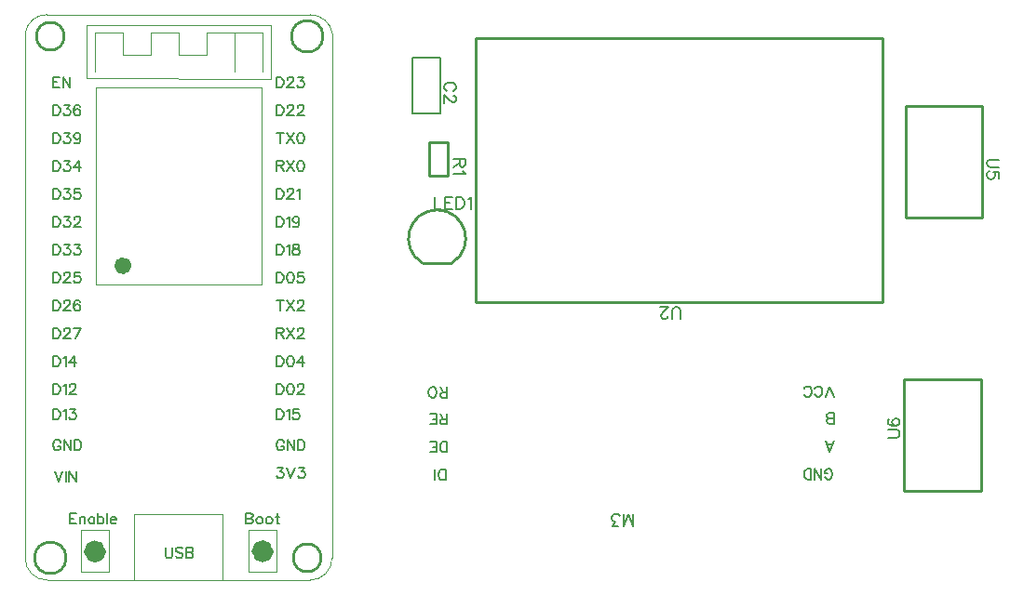
<source format=gto>
G04 Layer: TopSilkscreenLayer*
G04 EasyEDA v6.5.9, 2022-08-10 15:01:23*
G04 3fe46a5b86454c6e811331f20d3da3e4,c5bfb2adc60a430b9219b9f832e462ad,10*
G04 Gerber Generator version 0.2*
G04 Scale: 100 percent, Rotated: No, Reflected: No *
G04 Dimensions in millimeters *
G04 leading zeros omitted , absolute positions ,4 integer and 5 decimal *
%FSLAX45Y45*%
%MOMM*%

%ADD10C,0.1524*%
%ADD11C,0.2032*%
%ADD12C,0.1501*%
%ADD13C,0.2007*%
%ADD14C,0.2540*%
%ADD15C,0.1199*%
%ADD16C,1.0000*%
%ADD17C,0.8001*%
%ADD18C,0.0128*%

%LPD*%
D10*
X5596127Y8682481D02*
G01*
X5606541Y8687815D01*
X5616956Y8698229D01*
X5622036Y8708389D01*
X5622036Y8729218D01*
X5616956Y8739631D01*
X5606541Y8750045D01*
X5596127Y8755379D01*
X5580379Y8760460D01*
X5554472Y8760460D01*
X5538977Y8755379D01*
X5528563Y8750045D01*
X5518150Y8739631D01*
X5513070Y8729218D01*
X5513070Y8708389D01*
X5518150Y8698229D01*
X5528563Y8687815D01*
X5538977Y8682481D01*
X5596127Y8643112D02*
G01*
X5601208Y8643112D01*
X5611622Y8637778D01*
X5616956Y8632697D01*
X5622036Y8622284D01*
X5622036Y8601455D01*
X5616956Y8591042D01*
X5611622Y8585962D01*
X5601208Y8580628D01*
X5590793Y8580628D01*
X5580379Y8585962D01*
X5564886Y8596376D01*
X5513070Y8648192D01*
X5513070Y8575547D01*
X5422900Y7719618D02*
G01*
X5422900Y7610652D01*
X5422900Y7610652D02*
G01*
X5485129Y7610652D01*
X5519420Y7719618D02*
G01*
X5519420Y7610652D01*
X5519420Y7719618D02*
G01*
X5586984Y7719618D01*
X5519420Y7667802D02*
G01*
X5561075Y7667802D01*
X5519420Y7610652D02*
G01*
X5586984Y7610652D01*
X5621274Y7719618D02*
G01*
X5621274Y7610652D01*
X5621274Y7719618D02*
G01*
X5657850Y7719618D01*
X5673343Y7714538D01*
X5683758Y7704124D01*
X5688838Y7693710D01*
X5694172Y7677962D01*
X5694172Y7652054D01*
X5688838Y7636560D01*
X5683758Y7626146D01*
X5673343Y7615732D01*
X5657850Y7610652D01*
X5621274Y7610652D01*
X5728461Y7698790D02*
G01*
X5738875Y7704124D01*
X5754370Y7719618D01*
X5754370Y7610652D01*
X7226300Y4723384D02*
G01*
X7226300Y4832350D01*
X7226300Y4723384D02*
G01*
X7184643Y4832350D01*
X7143241Y4723384D02*
G01*
X7184643Y4832350D01*
X7143241Y4723384D02*
G01*
X7143241Y4832350D01*
X7098538Y4723384D02*
G01*
X7041388Y4723384D01*
X7072629Y4765039D01*
X7056881Y4765039D01*
X7046468Y4770120D01*
X7041388Y4775200D01*
X7036054Y4790947D01*
X7036054Y4801362D01*
X7041388Y4816855D01*
X7051802Y4827270D01*
X7067295Y4832350D01*
X7082790Y4832350D01*
X7098538Y4827270D01*
X7103618Y4822189D01*
X7108952Y4811776D01*
D11*
X9055100Y5898134D02*
G01*
X9018777Y5993637D01*
X8982456Y5898134D02*
G01*
X9018777Y5993637D01*
X8884158Y5920994D02*
G01*
X8888729Y5911850D01*
X8897874Y5902705D01*
X8907018Y5898134D01*
X8925052Y5898134D01*
X8934195Y5902705D01*
X8943340Y5911850D01*
X8947911Y5920994D01*
X8952484Y5934455D01*
X8952484Y5957315D01*
X8947911Y5971031D01*
X8943340Y5979921D01*
X8934195Y5989065D01*
X8925052Y5993637D01*
X8907018Y5993637D01*
X8897874Y5989065D01*
X8888729Y5979921D01*
X8884158Y5971031D01*
X8786113Y5920994D02*
G01*
X8790431Y5911850D01*
X8799575Y5902705D01*
X8808720Y5898134D01*
X8827008Y5898134D01*
X8835897Y5902705D01*
X8845041Y5911850D01*
X8849613Y5920994D01*
X8854186Y5934455D01*
X8854186Y5957315D01*
X8849613Y5971031D01*
X8845041Y5979921D01*
X8835897Y5989065D01*
X8827008Y5993637D01*
X8808720Y5993637D01*
X8799575Y5989065D01*
X8790431Y5979921D01*
X8786113Y5971031D01*
X9055100Y5655310D02*
G01*
X9055100Y5750813D01*
X9055100Y5655310D02*
G01*
X9014206Y5655310D01*
X9000490Y5659881D01*
X8995918Y5664454D01*
X8991345Y5673597D01*
X8991345Y5682742D01*
X8995918Y5691631D01*
X9000490Y5696204D01*
X9014206Y5700776D01*
X9055100Y5700776D02*
G01*
X9014206Y5700776D01*
X9000490Y5705347D01*
X8995918Y5709920D01*
X8991345Y5719063D01*
X8991345Y5732526D01*
X8995918Y5741670D01*
X9000490Y5746242D01*
X9014206Y5750813D01*
X9055100Y5750813D01*
X9018777Y5401310D02*
G01*
X9055100Y5496813D01*
X9018777Y5401310D02*
G01*
X8982456Y5496813D01*
X9041384Y5465063D02*
G01*
X8995918Y5465063D01*
X8974327Y5170170D02*
G01*
X8978645Y5161026D01*
X8987790Y5151881D01*
X8996934Y5147310D01*
X9015222Y5147310D01*
X9024111Y5151881D01*
X9033256Y5161026D01*
X9037827Y5170170D01*
X9042400Y5183631D01*
X9042400Y5206492D01*
X9037827Y5220207D01*
X9033256Y5229097D01*
X9024111Y5238242D01*
X9015222Y5242813D01*
X8996934Y5242813D01*
X8987790Y5238242D01*
X8978645Y5229097D01*
X8974327Y5220207D01*
X8974327Y5206492D01*
X8996934Y5206492D02*
G01*
X8974327Y5206492D01*
X8944102Y5147310D02*
G01*
X8944102Y5242813D01*
X8944102Y5147310D02*
G01*
X8880602Y5242813D01*
X8880602Y5147310D02*
G01*
X8880602Y5242813D01*
X8850629Y5147310D02*
G01*
X8850629Y5242813D01*
X8850629Y5147310D02*
G01*
X8818879Y5147310D01*
X8805163Y5151881D01*
X8796020Y5161026D01*
X8791447Y5170170D01*
X8786875Y5183631D01*
X8786875Y5206492D01*
X8791447Y5220207D01*
X8796020Y5229097D01*
X8805163Y5238242D01*
X8818879Y5242813D01*
X8850629Y5242813D01*
X5524500Y5141976D02*
G01*
X5524500Y5237479D01*
X5524500Y5141976D02*
G01*
X5492750Y5141976D01*
X5479034Y5146547D01*
X5469890Y5155692D01*
X5465318Y5164836D01*
X5460745Y5178297D01*
X5460745Y5201157D01*
X5465318Y5214873D01*
X5469890Y5223763D01*
X5479034Y5232907D01*
X5492750Y5237479D01*
X5524500Y5237479D01*
X5430774Y5141976D02*
G01*
X5430774Y5237479D01*
X5537200Y5395976D02*
G01*
X5537200Y5491479D01*
X5537200Y5395976D02*
G01*
X5505450Y5395976D01*
X5491734Y5400547D01*
X5482590Y5409692D01*
X5478018Y5418836D01*
X5473445Y5432297D01*
X5473445Y5455157D01*
X5478018Y5468873D01*
X5482590Y5477763D01*
X5491734Y5486907D01*
X5505450Y5491479D01*
X5537200Y5491479D01*
X5443474Y5395976D02*
G01*
X5443474Y5491479D01*
X5443474Y5395976D02*
G01*
X5384545Y5395976D01*
X5443474Y5441442D02*
G01*
X5407152Y5441442D01*
X5443474Y5491479D02*
G01*
X5384545Y5491479D01*
X5537200Y5649976D02*
G01*
X5537200Y5745479D01*
X5537200Y5649976D02*
G01*
X5496306Y5649976D01*
X5482590Y5654547D01*
X5478018Y5659120D01*
X5473445Y5668263D01*
X5473445Y5677407D01*
X5478018Y5686297D01*
X5482590Y5690870D01*
X5496306Y5695442D01*
X5537200Y5695442D01*
X5505450Y5695442D02*
G01*
X5473445Y5745479D01*
X5443474Y5649976D02*
G01*
X5443474Y5745479D01*
X5443474Y5649976D02*
G01*
X5384545Y5649976D01*
X5443474Y5695442D02*
G01*
X5407152Y5695442D01*
X5443474Y5745479D02*
G01*
X5384545Y5745479D01*
X5537200Y5892800D02*
G01*
X5537200Y5988304D01*
X5537200Y5892800D02*
G01*
X5496306Y5892800D01*
X5482590Y5897371D01*
X5478018Y5901944D01*
X5473445Y5911087D01*
X5473445Y5920231D01*
X5478018Y5929121D01*
X5482590Y5933694D01*
X5496306Y5938265D01*
X5537200Y5938265D01*
X5505450Y5938265D02*
G01*
X5473445Y5988304D01*
X5416295Y5892800D02*
G01*
X5425440Y5897371D01*
X5434584Y5906515D01*
X5438902Y5915660D01*
X5443474Y5929121D01*
X5443474Y5951981D01*
X5438902Y5965697D01*
X5434584Y5974587D01*
X5425440Y5983731D01*
X5416295Y5988304D01*
X5398008Y5988304D01*
X5389118Y5983731D01*
X5379974Y5974587D01*
X5375402Y5965697D01*
X5370829Y5951981D01*
X5370829Y5929121D01*
X5375402Y5915660D01*
X5379974Y5906515D01*
X5389118Y5897371D01*
X5398008Y5892800D01*
X5416295Y5892800D01*
D10*
X5703315Y8064500D02*
G01*
X5594350Y8064500D01*
X5703315Y8064500D02*
G01*
X5703315Y8017763D01*
X5698236Y8002270D01*
X5692902Y7996936D01*
X5682488Y7991855D01*
X5672074Y7991855D01*
X5661659Y7996936D01*
X5656579Y8002270D01*
X5651500Y8017763D01*
X5651500Y8064500D01*
X5651500Y8028178D02*
G01*
X5594350Y7991855D01*
X5682488Y7957565D02*
G01*
X5687822Y7947152D01*
X5703315Y7931404D01*
X5594350Y7931404D01*
D12*
X2108187Y4837937D02*
G01*
X2108187Y4742687D01*
X2108187Y4837937D02*
G01*
X2167369Y4837937D01*
X2108187Y4792471D02*
G01*
X2144509Y4792471D01*
X2108187Y4742687D02*
G01*
X2167369Y4742687D01*
X2197341Y4806187D02*
G01*
X2197341Y4742687D01*
X2197341Y4788154D02*
G01*
X2210803Y4801615D01*
X2219947Y4806187D01*
X2233663Y4806187D01*
X2242807Y4801615D01*
X2247379Y4788154D01*
X2247379Y4742687D01*
X2331707Y4806187D02*
G01*
X2331707Y4742687D01*
X2331707Y4792471D02*
G01*
X2322817Y4801615D01*
X2313673Y4806187D01*
X2299957Y4806187D01*
X2290813Y4801615D01*
X2281923Y4792471D01*
X2277351Y4779010D01*
X2277351Y4769865D01*
X2281923Y4756150D01*
X2290813Y4747005D01*
X2299957Y4742687D01*
X2313673Y4742687D01*
X2322817Y4747005D01*
X2331707Y4756150D01*
X2361933Y4837937D02*
G01*
X2361933Y4742687D01*
X2361933Y4792471D02*
G01*
X2370823Y4801615D01*
X2379967Y4806187D01*
X2393683Y4806187D01*
X2402827Y4801615D01*
X2411717Y4792471D01*
X2416289Y4779010D01*
X2416289Y4769865D01*
X2411717Y4756150D01*
X2402827Y4747005D01*
X2393683Y4742687D01*
X2379967Y4742687D01*
X2370823Y4747005D01*
X2361933Y4756150D01*
X2446261Y4837937D02*
G01*
X2446261Y4742687D01*
X2476487Y4779010D02*
G01*
X2530843Y4779010D01*
X2530843Y4788154D01*
X2526271Y4797044D01*
X2521699Y4801615D01*
X2512809Y4806187D01*
X2499093Y4806187D01*
X2489949Y4801615D01*
X2480805Y4792471D01*
X2476487Y4779010D01*
X2476487Y4769865D01*
X2480805Y4756150D01*
X2489949Y4747005D01*
X2499093Y4742687D01*
X2512809Y4742687D01*
X2521699Y4747005D01*
X2530843Y4756150D01*
X3708387Y4837937D02*
G01*
X3708387Y4742687D01*
X3708387Y4837937D02*
G01*
X3749281Y4837937D01*
X3762997Y4833365D01*
X3767569Y4829047D01*
X3772141Y4819904D01*
X3772141Y4810760D01*
X3767569Y4801615D01*
X3762997Y4797044D01*
X3749281Y4792471D01*
X3708387Y4792471D02*
G01*
X3749281Y4792471D01*
X3762997Y4788154D01*
X3767569Y4783581D01*
X3772141Y4774437D01*
X3772141Y4760721D01*
X3767569Y4751578D01*
X3762997Y4747005D01*
X3749281Y4742687D01*
X3708387Y4742687D01*
X3824719Y4806187D02*
G01*
X3815575Y4801615D01*
X3806685Y4792471D01*
X3802113Y4779010D01*
X3802113Y4769865D01*
X3806685Y4756150D01*
X3815575Y4747005D01*
X3824719Y4742687D01*
X3838435Y4742687D01*
X3847579Y4747005D01*
X3856469Y4756150D01*
X3861041Y4769865D01*
X3861041Y4779010D01*
X3856469Y4792471D01*
X3847579Y4801615D01*
X3838435Y4806187D01*
X3824719Y4806187D01*
X3913873Y4806187D02*
G01*
X3904729Y4801615D01*
X3895585Y4792471D01*
X3891013Y4779010D01*
X3891013Y4769865D01*
X3895585Y4756150D01*
X3904729Y4747005D01*
X3913873Y4742687D01*
X3927589Y4742687D01*
X3936479Y4747005D01*
X3945623Y4756150D01*
X3950195Y4769865D01*
X3950195Y4779010D01*
X3945623Y4792471D01*
X3936479Y4801615D01*
X3927589Y4806187D01*
X3913873Y4806187D01*
X3993883Y4837937D02*
G01*
X3993883Y4760721D01*
X3998455Y4747005D01*
X4007599Y4742687D01*
X4016489Y4742687D01*
X3980167Y4806187D02*
G01*
X4011917Y4806187D01*
X2978924Y4527550D02*
G01*
X2978924Y4459478D01*
X2983242Y4445762D01*
X2992386Y4436618D01*
X3006102Y4432300D01*
X3015246Y4432300D01*
X3028708Y4436618D01*
X3037852Y4445762D01*
X3042424Y4459478D01*
X3042424Y4527550D01*
X3136150Y4514087D02*
G01*
X3127006Y4522978D01*
X3113290Y4527550D01*
X3095256Y4527550D01*
X3081540Y4522978D01*
X3072396Y4514087D01*
X3072396Y4504944D01*
X3076968Y4495800D01*
X3081540Y4491228D01*
X3090684Y4486655D01*
X3117862Y4477765D01*
X3127006Y4473194D01*
X3131578Y4468621D01*
X3136150Y4459478D01*
X3136150Y4445762D01*
X3127006Y4436618D01*
X3113290Y4432300D01*
X3095256Y4432300D01*
X3081540Y4436618D01*
X3072396Y4445762D01*
X3166122Y4527550D02*
G01*
X3166122Y4432300D01*
X3166122Y4527550D02*
G01*
X3207016Y4527550D01*
X3220732Y4522978D01*
X3225050Y4518660D01*
X3229622Y4509515D01*
X3229622Y4500371D01*
X3225050Y4491228D01*
X3220732Y4486655D01*
X3207016Y4482084D01*
X3166122Y4482084D02*
G01*
X3207016Y4482084D01*
X3220732Y4477765D01*
X3225050Y4473194D01*
X3229622Y4464050D01*
X3229622Y4450334D01*
X3225050Y4441189D01*
X3220732Y4436618D01*
X3207016Y4432300D01*
X3166122Y4432300D01*
D11*
X1955698Y8810675D02*
G01*
X1955698Y8715171D01*
X1955698Y8810675D02*
G01*
X2014880Y8810675D01*
X1955698Y8765209D02*
G01*
X1992274Y8765209D01*
X1955698Y8715171D02*
G01*
X2014880Y8715171D01*
X2044852Y8810675D02*
G01*
X2044852Y8715171D01*
X2044852Y8810675D02*
G01*
X2108606Y8715171D01*
X2108606Y8810675D02*
G01*
X2108606Y8715171D01*
X1955698Y8556675D02*
G01*
X1955698Y8461171D01*
X1955698Y8556675D02*
G01*
X1987702Y8556675D01*
X2001164Y8552103D01*
X2010308Y8542959D01*
X2014880Y8533815D01*
X2019452Y8520353D01*
X2019452Y8497493D01*
X2014880Y8484031D01*
X2010308Y8474887D01*
X2001164Y8465743D01*
X1987702Y8461171D01*
X1955698Y8461171D01*
X2058568Y8556675D02*
G01*
X2108606Y8556675D01*
X2081174Y8520353D01*
X2094890Y8520353D01*
X2104034Y8515781D01*
X2108606Y8511209D01*
X2113178Y8497493D01*
X2113178Y8488349D01*
X2108606Y8474887D01*
X2099462Y8465743D01*
X2085746Y8461171D01*
X2072030Y8461171D01*
X2058568Y8465743D01*
X2053996Y8470315D01*
X2049424Y8479459D01*
X2197506Y8542959D02*
G01*
X2192934Y8552103D01*
X2179472Y8556675D01*
X2170328Y8556675D01*
X2156612Y8552103D01*
X2147722Y8538387D01*
X2143150Y8515781D01*
X2143150Y8492921D01*
X2147722Y8474887D01*
X2156612Y8465743D01*
X2170328Y8461171D01*
X2174900Y8461171D01*
X2188616Y8465743D01*
X2197506Y8474887D01*
X2202078Y8488349D01*
X2202078Y8492921D01*
X2197506Y8506637D01*
X2188616Y8515781D01*
X2174900Y8520353D01*
X2170328Y8520353D01*
X2156612Y8515781D01*
X2147722Y8506637D01*
X2143150Y8492921D01*
X1955698Y8302675D02*
G01*
X1955698Y8207171D01*
X1955698Y8302675D02*
G01*
X1987702Y8302675D01*
X2001164Y8298103D01*
X2010308Y8288959D01*
X2014880Y8279815D01*
X2019452Y8266353D01*
X2019452Y8243493D01*
X2014880Y8230031D01*
X2010308Y8220887D01*
X2001164Y8211743D01*
X1987702Y8207171D01*
X1955698Y8207171D01*
X2058568Y8302675D02*
G01*
X2108606Y8302675D01*
X2081174Y8266353D01*
X2094890Y8266353D01*
X2104034Y8261781D01*
X2108606Y8257209D01*
X2113178Y8243493D01*
X2113178Y8234349D01*
X2108606Y8220887D01*
X2099462Y8211743D01*
X2085746Y8207171D01*
X2072030Y8207171D01*
X2058568Y8211743D01*
X2053996Y8216315D01*
X2049424Y8225459D01*
X2202078Y8270925D02*
G01*
X2197506Y8257209D01*
X2188616Y8248065D01*
X2174900Y8243493D01*
X2170328Y8243493D01*
X2156612Y8248065D01*
X2147722Y8257209D01*
X2143150Y8270925D01*
X2143150Y8275243D01*
X2147722Y8288959D01*
X2156612Y8298103D01*
X2170328Y8302675D01*
X2174900Y8302675D01*
X2188616Y8298103D01*
X2197506Y8288959D01*
X2202078Y8270925D01*
X2202078Y8248065D01*
X2197506Y8225459D01*
X2188616Y8211743D01*
X2174900Y8207171D01*
X2165756Y8207171D01*
X2152040Y8211743D01*
X2147722Y8220887D01*
X1955698Y8048675D02*
G01*
X1955698Y7953171D01*
X1955698Y8048675D02*
G01*
X1987702Y8048675D01*
X2001164Y8044103D01*
X2010308Y8034959D01*
X2014880Y8025815D01*
X2019452Y8012353D01*
X2019452Y7989493D01*
X2014880Y7976031D01*
X2010308Y7966887D01*
X2001164Y7957743D01*
X1987702Y7953171D01*
X1955698Y7953171D01*
X2058568Y8048675D02*
G01*
X2108606Y8048675D01*
X2081174Y8012353D01*
X2094890Y8012353D01*
X2104034Y8007781D01*
X2108606Y8003209D01*
X2113178Y7989493D01*
X2113178Y7980349D01*
X2108606Y7966887D01*
X2099462Y7957743D01*
X2085746Y7953171D01*
X2072030Y7953171D01*
X2058568Y7957743D01*
X2053996Y7962315D01*
X2049424Y7971459D01*
X2188616Y8048675D02*
G01*
X2143150Y7984921D01*
X2211222Y7984921D01*
X2188616Y8048675D02*
G01*
X2188616Y7953171D01*
X1955698Y7794675D02*
G01*
X1955698Y7699171D01*
X1955698Y7794675D02*
G01*
X1987702Y7794675D01*
X2001164Y7790103D01*
X2010308Y7780959D01*
X2014880Y7771815D01*
X2019452Y7758353D01*
X2019452Y7735493D01*
X2014880Y7722031D01*
X2010308Y7712887D01*
X2001164Y7703743D01*
X1987702Y7699171D01*
X1955698Y7699171D01*
X2058568Y7794675D02*
G01*
X2108606Y7794675D01*
X2081174Y7758353D01*
X2094890Y7758353D01*
X2104034Y7753781D01*
X2108606Y7749209D01*
X2113178Y7735493D01*
X2113178Y7726349D01*
X2108606Y7712887D01*
X2099462Y7703743D01*
X2085746Y7699171D01*
X2072030Y7699171D01*
X2058568Y7703743D01*
X2053996Y7708315D01*
X2049424Y7717459D01*
X2197506Y7794675D02*
G01*
X2152040Y7794675D01*
X2147722Y7753781D01*
X2152040Y7758353D01*
X2165756Y7762925D01*
X2179472Y7762925D01*
X2192934Y7758353D01*
X2202078Y7749209D01*
X2206650Y7735493D01*
X2206650Y7726349D01*
X2202078Y7712887D01*
X2192934Y7703743D01*
X2179472Y7699171D01*
X2165756Y7699171D01*
X2152040Y7703743D01*
X2147722Y7708315D01*
X2143150Y7717459D01*
X1955698Y7540675D02*
G01*
X1955698Y7445171D01*
X1955698Y7540675D02*
G01*
X1987702Y7540675D01*
X2001164Y7536103D01*
X2010308Y7526959D01*
X2014880Y7517815D01*
X2019452Y7504353D01*
X2019452Y7481493D01*
X2014880Y7468031D01*
X2010308Y7458887D01*
X2001164Y7449743D01*
X1987702Y7445171D01*
X1955698Y7445171D01*
X2058568Y7540675D02*
G01*
X2108606Y7540675D01*
X2081174Y7504353D01*
X2094890Y7504353D01*
X2104034Y7499781D01*
X2108606Y7495209D01*
X2113178Y7481493D01*
X2113178Y7472349D01*
X2108606Y7458887D01*
X2099462Y7449743D01*
X2085746Y7445171D01*
X2072030Y7445171D01*
X2058568Y7449743D01*
X2053996Y7454315D01*
X2049424Y7463459D01*
X2147722Y7517815D02*
G01*
X2147722Y7522387D01*
X2152040Y7531531D01*
X2156612Y7536103D01*
X2165756Y7540675D01*
X2184044Y7540675D01*
X2192934Y7536103D01*
X2197506Y7531531D01*
X2202078Y7522387D01*
X2202078Y7513243D01*
X2197506Y7504353D01*
X2188616Y7490637D01*
X2143150Y7445171D01*
X2206650Y7445171D01*
X1955698Y7286675D02*
G01*
X1955698Y7191171D01*
X1955698Y7286675D02*
G01*
X1987702Y7286675D01*
X2001164Y7282103D01*
X2010308Y7272959D01*
X2014880Y7263815D01*
X2019452Y7250353D01*
X2019452Y7227493D01*
X2014880Y7214031D01*
X2010308Y7204887D01*
X2001164Y7195743D01*
X1987702Y7191171D01*
X1955698Y7191171D01*
X2058568Y7286675D02*
G01*
X2108606Y7286675D01*
X2081174Y7250353D01*
X2094890Y7250353D01*
X2104034Y7245781D01*
X2108606Y7241209D01*
X2113178Y7227493D01*
X2113178Y7218349D01*
X2108606Y7204887D01*
X2099462Y7195743D01*
X2085746Y7191171D01*
X2072030Y7191171D01*
X2058568Y7195743D01*
X2053996Y7200315D01*
X2049424Y7209459D01*
X2152040Y7286675D02*
G01*
X2202078Y7286675D01*
X2174900Y7250353D01*
X2188616Y7250353D01*
X2197506Y7245781D01*
X2202078Y7241209D01*
X2206650Y7227493D01*
X2206650Y7218349D01*
X2202078Y7204887D01*
X2192934Y7195743D01*
X2179472Y7191171D01*
X2165756Y7191171D01*
X2152040Y7195743D01*
X2147722Y7200315D01*
X2143150Y7209459D01*
X1955698Y5788075D02*
G01*
X1955698Y5692571D01*
X1955698Y5788075D02*
G01*
X1987702Y5788075D01*
X2001164Y5783503D01*
X2010308Y5774359D01*
X2014880Y5765215D01*
X2019452Y5751753D01*
X2019452Y5728893D01*
X2014880Y5715431D01*
X2010308Y5706287D01*
X2001164Y5697143D01*
X1987702Y5692571D01*
X1955698Y5692571D01*
X2049424Y5769787D02*
G01*
X2058568Y5774359D01*
X2072030Y5788075D01*
X2072030Y5692571D01*
X2111146Y5788075D02*
G01*
X2161184Y5788075D01*
X2134006Y5751753D01*
X2147722Y5751753D01*
X2156612Y5747181D01*
X2161184Y5742609D01*
X2165756Y5728893D01*
X2165756Y5719749D01*
X2161184Y5706287D01*
X2152040Y5697143D01*
X2138578Y5692571D01*
X2124862Y5692571D01*
X2111146Y5697143D01*
X2106574Y5701715D01*
X2102256Y5710859D01*
X1955698Y6016675D02*
G01*
X1955698Y5921171D01*
X1955698Y6016675D02*
G01*
X1987702Y6016675D01*
X2001164Y6012103D01*
X2010308Y6002959D01*
X2014880Y5993815D01*
X2019452Y5980353D01*
X2019452Y5957493D01*
X2014880Y5944031D01*
X2010308Y5934887D01*
X2001164Y5925743D01*
X1987702Y5921171D01*
X1955698Y5921171D01*
X2049424Y5998387D02*
G01*
X2058568Y6002959D01*
X2072030Y6016675D01*
X2072030Y5921171D01*
X2106574Y5993815D02*
G01*
X2106574Y5998387D01*
X2111146Y6007531D01*
X2115718Y6012103D01*
X2124862Y6016675D01*
X2143150Y6016675D01*
X2152040Y6012103D01*
X2156612Y6007531D01*
X2161184Y5998387D01*
X2161184Y5989243D01*
X2156612Y5980353D01*
X2147722Y5966637D01*
X2102256Y5921171D01*
X2165756Y5921171D01*
X1955698Y6270675D02*
G01*
X1955698Y6175171D01*
X1955698Y6270675D02*
G01*
X1987702Y6270675D01*
X2001164Y6266103D01*
X2010308Y6256959D01*
X2014880Y6247815D01*
X2019452Y6234353D01*
X2019452Y6211493D01*
X2014880Y6198031D01*
X2010308Y6188887D01*
X2001164Y6179743D01*
X1987702Y6175171D01*
X1955698Y6175171D01*
X2049424Y6252387D02*
G01*
X2058568Y6256959D01*
X2072030Y6270675D01*
X2072030Y6175171D01*
X2147722Y6270675D02*
G01*
X2102256Y6206921D01*
X2170328Y6206921D01*
X2147722Y6270675D02*
G01*
X2147722Y6175171D01*
X1955698Y6524675D02*
G01*
X1955698Y6429171D01*
X1955698Y6524675D02*
G01*
X1987702Y6524675D01*
X2001164Y6520103D01*
X2010308Y6510959D01*
X2014880Y6501815D01*
X2019452Y6488353D01*
X2019452Y6465493D01*
X2014880Y6452031D01*
X2010308Y6442887D01*
X2001164Y6433743D01*
X1987702Y6429171D01*
X1955698Y6429171D01*
X2053996Y6501815D02*
G01*
X2053996Y6506387D01*
X2058568Y6515531D01*
X2063140Y6520103D01*
X2072030Y6524675D01*
X2090318Y6524675D01*
X2099462Y6520103D01*
X2104034Y6515531D01*
X2108606Y6506387D01*
X2108606Y6497243D01*
X2104034Y6488353D01*
X2094890Y6474637D01*
X2049424Y6429171D01*
X2113178Y6429171D01*
X2206650Y6524675D02*
G01*
X2161184Y6429171D01*
X2143150Y6524675D02*
G01*
X2206650Y6524675D01*
X1955698Y6778675D02*
G01*
X1955698Y6683171D01*
X1955698Y6778675D02*
G01*
X1987702Y6778675D01*
X2001164Y6774103D01*
X2010308Y6764959D01*
X2014880Y6755815D01*
X2019452Y6742353D01*
X2019452Y6719493D01*
X2014880Y6706031D01*
X2010308Y6696887D01*
X2001164Y6687743D01*
X1987702Y6683171D01*
X1955698Y6683171D01*
X2053996Y6755815D02*
G01*
X2053996Y6760387D01*
X2058568Y6769531D01*
X2063140Y6774103D01*
X2072030Y6778675D01*
X2090318Y6778675D01*
X2099462Y6774103D01*
X2104034Y6769531D01*
X2108606Y6760387D01*
X2108606Y6751243D01*
X2104034Y6742353D01*
X2094890Y6728637D01*
X2049424Y6683171D01*
X2113178Y6683171D01*
X2197506Y6764959D02*
G01*
X2192934Y6774103D01*
X2179472Y6778675D01*
X2170328Y6778675D01*
X2156612Y6774103D01*
X2147722Y6760387D01*
X2143150Y6737781D01*
X2143150Y6714921D01*
X2147722Y6696887D01*
X2156612Y6687743D01*
X2170328Y6683171D01*
X2174900Y6683171D01*
X2188616Y6687743D01*
X2197506Y6696887D01*
X2202078Y6710349D01*
X2202078Y6714921D01*
X2197506Y6728637D01*
X2188616Y6737781D01*
X2174900Y6742353D01*
X2170328Y6742353D01*
X2156612Y6737781D01*
X2147722Y6728637D01*
X2143150Y6714921D01*
X1955698Y7032675D02*
G01*
X1955698Y6937171D01*
X1955698Y7032675D02*
G01*
X1987702Y7032675D01*
X2001164Y7028103D01*
X2010308Y7018959D01*
X2014880Y7009815D01*
X2019452Y6996353D01*
X2019452Y6973493D01*
X2014880Y6960031D01*
X2010308Y6950887D01*
X2001164Y6941743D01*
X1987702Y6937171D01*
X1955698Y6937171D01*
X2053996Y7009815D02*
G01*
X2053996Y7014387D01*
X2058568Y7023531D01*
X2063140Y7028103D01*
X2072030Y7032675D01*
X2090318Y7032675D01*
X2099462Y7028103D01*
X2104034Y7023531D01*
X2108606Y7014387D01*
X2108606Y7005243D01*
X2104034Y6996353D01*
X2094890Y6982637D01*
X2049424Y6937171D01*
X2113178Y6937171D01*
X2197506Y7032675D02*
G01*
X2152040Y7032675D01*
X2147722Y6991781D01*
X2152040Y6996353D01*
X2165756Y7000925D01*
X2179472Y7000925D01*
X2192934Y6996353D01*
X2202078Y6987209D01*
X2206650Y6973493D01*
X2206650Y6964349D01*
X2202078Y6950887D01*
X2192934Y6941743D01*
X2179472Y6937171D01*
X2165756Y6937171D01*
X2152040Y6941743D01*
X2147722Y6946315D01*
X2143150Y6955459D01*
X3987698Y7032675D02*
G01*
X3987698Y6937171D01*
X3987698Y7032675D02*
G01*
X4019702Y7032675D01*
X4033164Y7028103D01*
X4042308Y7018959D01*
X4046880Y7009815D01*
X4051452Y6996353D01*
X4051452Y6973493D01*
X4046880Y6960031D01*
X4042308Y6950887D01*
X4033164Y6941743D01*
X4019702Y6937171D01*
X3987698Y6937171D01*
X4108602Y7032675D02*
G01*
X4095140Y7028103D01*
X4085996Y7014387D01*
X4081424Y6991781D01*
X4081424Y6978065D01*
X4085996Y6955459D01*
X4095140Y6941743D01*
X4108602Y6937171D01*
X4117746Y6937171D01*
X4131462Y6941743D01*
X4140606Y6955459D01*
X4145178Y6978065D01*
X4145178Y6991781D01*
X4140606Y7014387D01*
X4131462Y7028103D01*
X4117746Y7032675D01*
X4108602Y7032675D01*
X4229506Y7032675D02*
G01*
X4184040Y7032675D01*
X4179722Y6991781D01*
X4184040Y6996353D01*
X4197756Y7000925D01*
X4211472Y7000925D01*
X4224934Y6996353D01*
X4234078Y6987209D01*
X4238650Y6973493D01*
X4238650Y6964349D01*
X4234078Y6950887D01*
X4224934Y6941743D01*
X4211472Y6937171D01*
X4197756Y6937171D01*
X4184040Y6941743D01*
X4179722Y6946315D01*
X4175150Y6955459D01*
X4019702Y6778675D02*
G01*
X4019702Y6683171D01*
X3987698Y6778675D02*
G01*
X4051452Y6778675D01*
X4081424Y6778675D02*
G01*
X4145178Y6683171D01*
X4145178Y6778675D02*
G01*
X4081424Y6683171D01*
X4179722Y6755815D02*
G01*
X4179722Y6760387D01*
X4184040Y6769531D01*
X4188612Y6774103D01*
X4197756Y6778675D01*
X4216044Y6778675D01*
X4224934Y6774103D01*
X4229506Y6769531D01*
X4234078Y6760387D01*
X4234078Y6751243D01*
X4229506Y6742353D01*
X4220616Y6728637D01*
X4175150Y6683171D01*
X4238650Y6683171D01*
X3987698Y6524675D02*
G01*
X3987698Y6429171D01*
X3987698Y6524675D02*
G01*
X4028592Y6524675D01*
X4042308Y6520103D01*
X4046880Y6515531D01*
X4051452Y6506387D01*
X4051452Y6497243D01*
X4046880Y6488353D01*
X4042308Y6483781D01*
X4028592Y6479209D01*
X3987698Y6479209D01*
X4019702Y6479209D02*
G01*
X4051452Y6429171D01*
X4081424Y6524675D02*
G01*
X4145178Y6429171D01*
X4145178Y6524675D02*
G01*
X4081424Y6429171D01*
X4179722Y6501815D02*
G01*
X4179722Y6506387D01*
X4184040Y6515531D01*
X4188612Y6520103D01*
X4197756Y6524675D01*
X4216044Y6524675D01*
X4224934Y6520103D01*
X4229506Y6515531D01*
X4234078Y6506387D01*
X4234078Y6497243D01*
X4229506Y6488353D01*
X4220616Y6474637D01*
X4175150Y6429171D01*
X4238650Y6429171D01*
X3987698Y6270675D02*
G01*
X3987698Y6175171D01*
X3987698Y6270675D02*
G01*
X4019702Y6270675D01*
X4033164Y6266103D01*
X4042308Y6256959D01*
X4046880Y6247815D01*
X4051452Y6234353D01*
X4051452Y6211493D01*
X4046880Y6198031D01*
X4042308Y6188887D01*
X4033164Y6179743D01*
X4019702Y6175171D01*
X3987698Y6175171D01*
X4108602Y6270675D02*
G01*
X4095140Y6266103D01*
X4085996Y6252387D01*
X4081424Y6229781D01*
X4081424Y6216065D01*
X4085996Y6193459D01*
X4095140Y6179743D01*
X4108602Y6175171D01*
X4117746Y6175171D01*
X4131462Y6179743D01*
X4140606Y6193459D01*
X4145178Y6216065D01*
X4145178Y6229781D01*
X4140606Y6252387D01*
X4131462Y6266103D01*
X4117746Y6270675D01*
X4108602Y6270675D01*
X4220616Y6270675D02*
G01*
X4175150Y6206921D01*
X4243222Y6206921D01*
X4220616Y6270675D02*
G01*
X4220616Y6175171D01*
X3987698Y6016675D02*
G01*
X3987698Y5921171D01*
X3987698Y6016675D02*
G01*
X4019702Y6016675D01*
X4033164Y6012103D01*
X4042308Y6002959D01*
X4046880Y5993815D01*
X4051452Y5980353D01*
X4051452Y5957493D01*
X4046880Y5944031D01*
X4042308Y5934887D01*
X4033164Y5925743D01*
X4019702Y5921171D01*
X3987698Y5921171D01*
X4108602Y6016675D02*
G01*
X4095140Y6012103D01*
X4085996Y5998387D01*
X4081424Y5975781D01*
X4081424Y5962065D01*
X4085996Y5939459D01*
X4095140Y5925743D01*
X4108602Y5921171D01*
X4117746Y5921171D01*
X4131462Y5925743D01*
X4140606Y5939459D01*
X4145178Y5962065D01*
X4145178Y5975781D01*
X4140606Y5998387D01*
X4131462Y6012103D01*
X4117746Y6016675D01*
X4108602Y6016675D01*
X4179722Y5993815D02*
G01*
X4179722Y5998387D01*
X4184040Y6007531D01*
X4188612Y6012103D01*
X4197756Y6016675D01*
X4216044Y6016675D01*
X4224934Y6012103D01*
X4229506Y6007531D01*
X4234078Y5998387D01*
X4234078Y5989243D01*
X4229506Y5980353D01*
X4220616Y5966637D01*
X4175150Y5921171D01*
X4238650Y5921171D01*
X3987698Y5788075D02*
G01*
X3987698Y5692571D01*
X3987698Y5788075D02*
G01*
X4019702Y5788075D01*
X4033164Y5783503D01*
X4042308Y5774359D01*
X4046880Y5765215D01*
X4051452Y5751753D01*
X4051452Y5728893D01*
X4046880Y5715431D01*
X4042308Y5706287D01*
X4033164Y5697143D01*
X4019702Y5692571D01*
X3987698Y5692571D01*
X4081424Y5769787D02*
G01*
X4090568Y5774359D01*
X4104030Y5788075D01*
X4104030Y5692571D01*
X4188612Y5788075D02*
G01*
X4143146Y5788075D01*
X4138574Y5747181D01*
X4143146Y5751753D01*
X4156862Y5756325D01*
X4170578Y5756325D01*
X4184040Y5751753D01*
X4193184Y5742609D01*
X4197756Y5728893D01*
X4197756Y5719749D01*
X4193184Y5706287D01*
X4184040Y5697143D01*
X4170578Y5692571D01*
X4156862Y5692571D01*
X4143146Y5697143D01*
X4138574Y5701715D01*
X4134256Y5710859D01*
X3987698Y7286675D02*
G01*
X3987698Y7191171D01*
X3987698Y7286675D02*
G01*
X4019702Y7286675D01*
X4033164Y7282103D01*
X4042308Y7272959D01*
X4046880Y7263815D01*
X4051452Y7250353D01*
X4051452Y7227493D01*
X4046880Y7214031D01*
X4042308Y7204887D01*
X4033164Y7195743D01*
X4019702Y7191171D01*
X3987698Y7191171D01*
X4081424Y7268387D02*
G01*
X4090568Y7272959D01*
X4104030Y7286675D01*
X4104030Y7191171D01*
X4156862Y7286675D02*
G01*
X4143146Y7282103D01*
X4138574Y7272959D01*
X4138574Y7263815D01*
X4143146Y7254925D01*
X4152290Y7250353D01*
X4170578Y7245781D01*
X4184040Y7241209D01*
X4193184Y7232065D01*
X4197756Y7222921D01*
X4197756Y7209459D01*
X4193184Y7200315D01*
X4188612Y7195743D01*
X4175150Y7191171D01*
X4156862Y7191171D01*
X4143146Y7195743D01*
X4138574Y7200315D01*
X4134256Y7209459D01*
X4134256Y7222921D01*
X4138574Y7232065D01*
X4147718Y7241209D01*
X4161434Y7245781D01*
X4179722Y7250353D01*
X4188612Y7254925D01*
X4193184Y7263815D01*
X4193184Y7272959D01*
X4188612Y7282103D01*
X4175150Y7286675D01*
X4156862Y7286675D01*
X3987698Y7540675D02*
G01*
X3987698Y7445171D01*
X3987698Y7540675D02*
G01*
X4019702Y7540675D01*
X4033164Y7536103D01*
X4042308Y7526959D01*
X4046880Y7517815D01*
X4051452Y7504353D01*
X4051452Y7481493D01*
X4046880Y7468031D01*
X4042308Y7458887D01*
X4033164Y7449743D01*
X4019702Y7445171D01*
X3987698Y7445171D01*
X4081424Y7522387D02*
G01*
X4090568Y7526959D01*
X4104030Y7540675D01*
X4104030Y7445171D01*
X4193184Y7508925D02*
G01*
X4188612Y7495209D01*
X4179722Y7486065D01*
X4166006Y7481493D01*
X4161434Y7481493D01*
X4147718Y7486065D01*
X4138574Y7495209D01*
X4134256Y7508925D01*
X4134256Y7513243D01*
X4138574Y7526959D01*
X4147718Y7536103D01*
X4161434Y7540675D01*
X4166006Y7540675D01*
X4179722Y7536103D01*
X4188612Y7526959D01*
X4193184Y7508925D01*
X4193184Y7486065D01*
X4188612Y7463459D01*
X4179722Y7449743D01*
X4166006Y7445171D01*
X4156862Y7445171D01*
X4143146Y7449743D01*
X4138574Y7458887D01*
X3987698Y7794675D02*
G01*
X3987698Y7699171D01*
X3987698Y7794675D02*
G01*
X4019702Y7794675D01*
X4033164Y7790103D01*
X4042308Y7780959D01*
X4046880Y7771815D01*
X4051452Y7758353D01*
X4051452Y7735493D01*
X4046880Y7722031D01*
X4042308Y7712887D01*
X4033164Y7703743D01*
X4019702Y7699171D01*
X3987698Y7699171D01*
X4085996Y7771815D02*
G01*
X4085996Y7776387D01*
X4090568Y7785531D01*
X4095140Y7790103D01*
X4104030Y7794675D01*
X4122318Y7794675D01*
X4131462Y7790103D01*
X4136034Y7785531D01*
X4140606Y7776387D01*
X4140606Y7767243D01*
X4136034Y7758353D01*
X4126890Y7744637D01*
X4081424Y7699171D01*
X4145178Y7699171D01*
X4175150Y7776387D02*
G01*
X4184040Y7780959D01*
X4197756Y7794675D01*
X4197756Y7699171D01*
X3987698Y8048675D02*
G01*
X3987698Y7953171D01*
X3987698Y8048675D02*
G01*
X4028592Y8048675D01*
X4042308Y8044103D01*
X4046880Y8039531D01*
X4051452Y8030387D01*
X4051452Y8021243D01*
X4046880Y8012353D01*
X4042308Y8007781D01*
X4028592Y8003209D01*
X3987698Y8003209D01*
X4019702Y8003209D02*
G01*
X4051452Y7953171D01*
X4081424Y8048675D02*
G01*
X4145178Y7953171D01*
X4145178Y8048675D02*
G01*
X4081424Y7953171D01*
X4202328Y8048675D02*
G01*
X4188612Y8044103D01*
X4179722Y8030387D01*
X4175150Y8007781D01*
X4175150Y7994065D01*
X4179722Y7971459D01*
X4188612Y7957743D01*
X4202328Y7953171D01*
X4211472Y7953171D01*
X4224934Y7957743D01*
X4234078Y7971459D01*
X4238650Y7994065D01*
X4238650Y8007781D01*
X4234078Y8030387D01*
X4224934Y8044103D01*
X4211472Y8048675D01*
X4202328Y8048675D01*
X4019702Y8302675D02*
G01*
X4019702Y8207171D01*
X3987698Y8302675D02*
G01*
X4051452Y8302675D01*
X4081424Y8302675D02*
G01*
X4145178Y8207171D01*
X4145178Y8302675D02*
G01*
X4081424Y8207171D01*
X4202328Y8302675D02*
G01*
X4188612Y8298103D01*
X4179722Y8284387D01*
X4175150Y8261781D01*
X4175150Y8248065D01*
X4179722Y8225459D01*
X4188612Y8211743D01*
X4202328Y8207171D01*
X4211472Y8207171D01*
X4224934Y8211743D01*
X4234078Y8225459D01*
X4238650Y8248065D01*
X4238650Y8261781D01*
X4234078Y8284387D01*
X4224934Y8298103D01*
X4211472Y8302675D01*
X4202328Y8302675D01*
X3987698Y8556675D02*
G01*
X3987698Y8461171D01*
X3987698Y8556675D02*
G01*
X4019702Y8556675D01*
X4033164Y8552103D01*
X4042308Y8542959D01*
X4046880Y8533815D01*
X4051452Y8520353D01*
X4051452Y8497493D01*
X4046880Y8484031D01*
X4042308Y8474887D01*
X4033164Y8465743D01*
X4019702Y8461171D01*
X3987698Y8461171D01*
X4085996Y8533815D02*
G01*
X4085996Y8538387D01*
X4090568Y8547531D01*
X4095140Y8552103D01*
X4104030Y8556675D01*
X4122318Y8556675D01*
X4131462Y8552103D01*
X4136034Y8547531D01*
X4140606Y8538387D01*
X4140606Y8529243D01*
X4136034Y8520353D01*
X4126890Y8506637D01*
X4081424Y8461171D01*
X4145178Y8461171D01*
X4179722Y8533815D02*
G01*
X4179722Y8538387D01*
X4184040Y8547531D01*
X4188612Y8552103D01*
X4197756Y8556675D01*
X4216044Y8556675D01*
X4224934Y8552103D01*
X4229506Y8547531D01*
X4234078Y8538387D01*
X4234078Y8529243D01*
X4229506Y8520353D01*
X4220616Y8506637D01*
X4175150Y8461171D01*
X4238650Y8461171D01*
X3987698Y8810675D02*
G01*
X3987698Y8715171D01*
X3987698Y8810675D02*
G01*
X4019702Y8810675D01*
X4033164Y8806103D01*
X4042308Y8796959D01*
X4046880Y8787815D01*
X4051452Y8774353D01*
X4051452Y8751493D01*
X4046880Y8738031D01*
X4042308Y8728887D01*
X4033164Y8719743D01*
X4019702Y8715171D01*
X3987698Y8715171D01*
X4085996Y8787815D02*
G01*
X4085996Y8792387D01*
X4090568Y8801531D01*
X4095140Y8806103D01*
X4104030Y8810675D01*
X4122318Y8810675D01*
X4131462Y8806103D01*
X4136034Y8801531D01*
X4140606Y8792387D01*
X4140606Y8783243D01*
X4136034Y8774353D01*
X4126890Y8760637D01*
X4081424Y8715171D01*
X4145178Y8715171D01*
X4184040Y8810675D02*
G01*
X4234078Y8810675D01*
X4206900Y8774353D01*
X4220616Y8774353D01*
X4229506Y8769781D01*
X4234078Y8765209D01*
X4238650Y8751493D01*
X4238650Y8742349D01*
X4234078Y8728887D01*
X4224934Y8719743D01*
X4211472Y8715171D01*
X4197756Y8715171D01*
X4184040Y8719743D01*
X4179722Y8724315D01*
X4175150Y8733459D01*
X4056024Y5485815D02*
G01*
X4051452Y5494959D01*
X4042308Y5504103D01*
X4033164Y5508675D01*
X4015130Y5508675D01*
X4005986Y5504103D01*
X3996842Y5494959D01*
X3992270Y5485815D01*
X3987698Y5472353D01*
X3987698Y5449493D01*
X3992270Y5436031D01*
X3996842Y5426887D01*
X4005986Y5417743D01*
X4015130Y5413171D01*
X4033164Y5413171D01*
X4042308Y5417743D01*
X4051452Y5426887D01*
X4056024Y5436031D01*
X4056024Y5449493D01*
X4033164Y5449493D02*
G01*
X4056024Y5449493D01*
X4085996Y5508675D02*
G01*
X4085996Y5413171D01*
X4085996Y5508675D02*
G01*
X4149496Y5413171D01*
X4149496Y5508675D02*
G01*
X4149496Y5413171D01*
X4179722Y5508675D02*
G01*
X4179722Y5413171D01*
X4179722Y5508675D02*
G01*
X4211472Y5508675D01*
X4224934Y5504103D01*
X4234078Y5494959D01*
X4238650Y5485815D01*
X4243222Y5472353D01*
X4243222Y5449493D01*
X4238650Y5436031D01*
X4234078Y5426887D01*
X4224934Y5417743D01*
X4211472Y5413171D01*
X4179722Y5413171D01*
X3996842Y5254675D02*
G01*
X4046880Y5254675D01*
X4019702Y5218353D01*
X4033164Y5218353D01*
X4042308Y5213781D01*
X4046880Y5209209D01*
X4051452Y5195493D01*
X4051452Y5186349D01*
X4046880Y5172887D01*
X4037736Y5163743D01*
X4024274Y5159171D01*
X4010558Y5159171D01*
X3996842Y5163743D01*
X3992270Y5168315D01*
X3987698Y5177459D01*
X4081424Y5254675D02*
G01*
X4117746Y5159171D01*
X4154068Y5254675D02*
G01*
X4117746Y5159171D01*
X4193184Y5254675D02*
G01*
X4243222Y5254675D01*
X4216044Y5218353D01*
X4229506Y5218353D01*
X4238650Y5213781D01*
X4243222Y5209209D01*
X4247794Y5195493D01*
X4247794Y5186349D01*
X4243222Y5172887D01*
X4234078Y5163743D01*
X4220616Y5159171D01*
X4206900Y5159171D01*
X4193184Y5163743D01*
X4188612Y5168315D01*
X4184040Y5177459D01*
X1968385Y5219077D02*
G01*
X2004961Y5123573D01*
X2041283Y5219077D02*
G01*
X2004961Y5123573D01*
X2071255Y5219077D02*
G01*
X2071255Y5123573D01*
X2101227Y5219077D02*
G01*
X2101227Y5123573D01*
X2101227Y5219077D02*
G01*
X2164727Y5123573D01*
X2164727Y5219077D02*
G01*
X2164727Y5123573D01*
X2024024Y5485815D02*
G01*
X2019452Y5494959D01*
X2010308Y5504103D01*
X2001164Y5508675D01*
X1983130Y5508675D01*
X1973986Y5504103D01*
X1964842Y5494959D01*
X1960270Y5485815D01*
X1955698Y5472353D01*
X1955698Y5449493D01*
X1960270Y5436031D01*
X1964842Y5426887D01*
X1973986Y5417743D01*
X1983130Y5413171D01*
X2001164Y5413171D01*
X2010308Y5417743D01*
X2019452Y5426887D01*
X2024024Y5436031D01*
X2024024Y5449493D01*
X2001164Y5449493D02*
G01*
X2024024Y5449493D01*
X2053996Y5508675D02*
G01*
X2053996Y5413171D01*
X2053996Y5508675D02*
G01*
X2117496Y5413171D01*
X2117496Y5508675D02*
G01*
X2117496Y5413171D01*
X2147722Y5508675D02*
G01*
X2147722Y5413171D01*
X2147722Y5508675D02*
G01*
X2179472Y5508675D01*
X2192934Y5504103D01*
X2202078Y5494959D01*
X2206650Y5485815D01*
X2211222Y5472353D01*
X2211222Y5449493D01*
X2206650Y5436031D01*
X2202078Y5426887D01*
X2192934Y5417743D01*
X2179472Y5413171D01*
X2147722Y5413171D01*
D10*
X7658100Y6609334D02*
G01*
X7658100Y6687312D01*
X7653020Y6702805D01*
X7642606Y6713220D01*
X7626858Y6718300D01*
X7616443Y6718300D01*
X7600950Y6713220D01*
X7590536Y6702805D01*
X7585456Y6687312D01*
X7585456Y6609334D01*
X7545831Y6635242D02*
G01*
X7545831Y6630162D01*
X7540752Y6619747D01*
X7535418Y6614413D01*
X7525004Y6609334D01*
X7504429Y6609334D01*
X7494015Y6614413D01*
X7488681Y6619747D01*
X7483602Y6630162D01*
X7483602Y6640576D01*
X7488681Y6650989D01*
X7499095Y6666484D01*
X7551165Y6718300D01*
X7478268Y6718300D01*
X10557751Y8060499D02*
G01*
X10479773Y8060499D01*
X10464279Y8055419D01*
X10453865Y8045005D01*
X10448785Y8029257D01*
X10448785Y8018843D01*
X10453865Y8003349D01*
X10464279Y7992935D01*
X10479773Y7987855D01*
X10557751Y7987855D01*
X10557751Y7891081D02*
G01*
X10557751Y7943151D01*
X10511015Y7948231D01*
X10516095Y7943151D01*
X10521429Y7927403D01*
X10521429Y7911909D01*
X10516095Y7896415D01*
X10505935Y7886001D01*
X10490187Y7880667D01*
X10479773Y7880667D01*
X10464279Y7886001D01*
X10453865Y7896415D01*
X10448785Y7911909D01*
X10448785Y7927403D01*
X10453865Y7943151D01*
X10458945Y7948231D01*
X10469359Y7953565D01*
X9546348Y5528500D02*
G01*
X9624326Y5528500D01*
X9639820Y5533580D01*
X9650234Y5543994D01*
X9655314Y5559742D01*
X9655314Y5570156D01*
X9650234Y5585650D01*
X9639820Y5596064D01*
X9624326Y5601144D01*
X9546348Y5601144D01*
X9561842Y5697918D02*
G01*
X9551428Y5692584D01*
X9546348Y5677090D01*
X9546348Y5666676D01*
X9551428Y5651182D01*
X9567176Y5640768D01*
X9593084Y5635434D01*
X9618992Y5635434D01*
X9639820Y5640768D01*
X9650234Y5651182D01*
X9655314Y5666676D01*
X9655314Y5672010D01*
X9650234Y5687504D01*
X9639820Y5697918D01*
X9624326Y5702998D01*
X9618992Y5702998D01*
X9603498Y5697918D01*
X9593084Y5687504D01*
X9588004Y5672010D01*
X9588004Y5666676D01*
X9593084Y5651182D01*
X9603498Y5640768D01*
X9618992Y5635434D01*
D13*
X5473445Y8483854D02*
G01*
X5473445Y8991854D01*
X5219445Y8991854D01*
X5219445Y8483854D01*
X5473445Y8483854D01*
D14*
X5318300Y7117603D02*
G01*
X5578299Y7117603D01*
X5544820Y8219439D02*
G01*
X5377179Y8219439D01*
X5377179Y8219439D02*
G01*
X5377179Y7909560D01*
X5377179Y7909560D02*
G01*
X5544820Y7909560D01*
X5544820Y7909560D02*
G01*
X5544820Y8219439D01*
D15*
X4492576Y4432249D02*
G01*
X4495800Y9207500D01*
X2692400Y4229100D02*
G01*
X2692400Y4829098D01*
X3492398Y4829098D01*
X3492398Y4229100D01*
X2209800Y4305300D02*
G01*
X2209800Y4686300D01*
X2463800Y4686300D01*
X2463800Y4305300D01*
X2209800Y4305300D01*
X3987800Y4686300D02*
G01*
X3987800Y4305300D01*
X3733800Y4305300D01*
X3733800Y4686300D01*
X3987800Y4686300D01*
X1905000Y4229100D02*
G01*
X4292600Y4229100D01*
X1700750Y9207647D02*
G01*
X1701800Y4432300D01*
X1898789Y9379712D02*
G01*
X4291962Y9377972D01*
X3937000Y8792634D02*
G01*
X2260600Y8801100D01*
X2260600Y9283700D01*
X3937000Y9283700D01*
X3937000Y9283700D02*
G01*
X3937000Y8801100D01*
X3848811Y8720292D02*
G01*
X3848811Y6920293D01*
X2348814Y6920293D01*
X2348814Y8720292D01*
X3848811Y8720292D01*
X3606800Y9217088D02*
G01*
X3606800Y8861488D01*
X2336800Y8861488D02*
G01*
X2336800Y9217088D01*
X2590800Y9217088D01*
X2590800Y9013888D01*
X2844800Y9013888D01*
X2844800Y9217088D01*
X3098800Y9217088D01*
X3098800Y9013888D01*
X3352800Y9013888D01*
X3352800Y9217088D01*
X3860800Y9217088D01*
X3860800Y8861488D01*
D14*
X9499600Y6762750D02*
G01*
X5799607Y6762750D01*
X5799607Y9162745D01*
X9499600Y9162745D01*
X9499600Y6762750D01*
X10408399Y8547087D02*
G01*
X10408399Y7531087D01*
X9709899Y7531087D01*
X9709899Y8547087D01*
X10408399Y8547087D01*
X9695700Y5041912D02*
G01*
X9695700Y6057912D01*
X10394200Y6057912D01*
X10394200Y5041912D01*
X9695700Y5041912D01*
G75*
G01*
X5586476Y7120433D02*
G03*
X5310124Y7120433I-138176J220244D01*
D16*
G75*
G01*
X3910800Y4490237D02*
G03*
X3910774Y4489679I-49948J1991D01*
G75*
G01*
X2386800Y4490237D02*
G03*
X2386800Y4489679I-49987J-279D01*
D17*
G75*
G01*
X2630792Y7093712D02*
G03*
X2630792Y7093280I-40004J-216D01*
D15*
G75*
G01*
X1898790Y9379712D02*
G03*
X1700751Y9207647I0J-200000D01*
G75*
G01*
X1701813Y4432003D02*
G03*
X1905003Y4229425I199982J-2604D01*
G75*
G01*
X4292600Y4229100D02*
G03*
X4492577Y4432249I2J200000D01*
G75*
G01*
X4495800Y9207500D02*
G03*
X4291962Y9377972I-197821J-29437D01*
D14*
G75*
G01
X4410913Y9182075D02*
G03X4410913Y9182075I-143688J0D01*
G75*
G01
X2057425Y9182075D02*
G03X2057425Y9182075I-127000J0D01*
G75*
G01
X2074113Y4432275D02*
G03X2074113Y4432275I-143688J0D01*
G75*
G01
X4394225Y4432275D02*
G03X4394225Y4432275I-127000J0D01*
M02*

</source>
